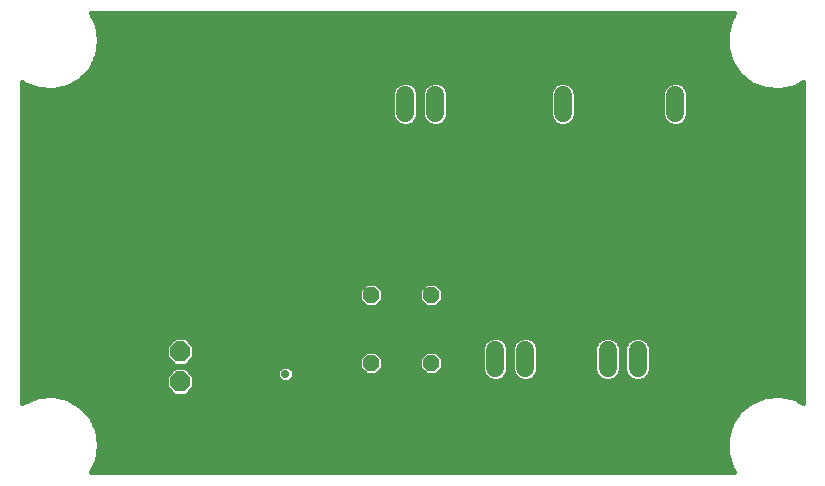
<source format=gbl>
G75*
G70*
%OFA0B0*%
%FSLAX24Y24*%
%IPPOS*%
%LPD*%
%AMOC8*
5,1,8,0,0,1.08239X$1,22.5*
%
%ADD10OC8,0.0520*%
%ADD11OC8,0.0660*%
%ADD12C,0.0600*%
%ADD13C,0.0594*%
%ADD14C,0.0160*%
%ADD15OC8,0.0278*%
D10*
X012450Y004450D03*
X014450Y004450D03*
X014450Y006700D03*
X012450Y006700D03*
D11*
X006075Y004825D03*
X005325Y004325D03*
X006075Y003825D03*
D12*
X016575Y004275D02*
X016575Y004875D01*
X017575Y004875D02*
X017575Y004275D01*
X018575Y004275D02*
X018575Y004875D01*
X020325Y004875D02*
X020325Y004275D01*
X021325Y004275D02*
X021325Y004875D01*
X022325Y004875D02*
X022325Y004275D01*
X014575Y012775D02*
X014575Y013375D01*
X013575Y013375D02*
X013575Y012775D01*
X012575Y012775D02*
X012575Y013375D01*
D13*
X017825Y013372D02*
X017825Y012778D01*
X018825Y012778D02*
X018825Y013372D01*
X021575Y013372D02*
X021575Y012778D01*
X022575Y012778D02*
X022575Y013372D01*
D14*
X003305Y001205D02*
X003113Y000805D01*
X024550Y000805D01*
X024436Y000971D01*
X024436Y000971D01*
X024289Y001450D01*
X024289Y001950D01*
X024436Y002429D01*
X024436Y002429D01*
X024718Y002843D01*
X024718Y002843D01*
X024718Y002843D01*
X025110Y003155D01*
X025110Y003155D01*
X025576Y003338D01*
X025576Y003338D01*
X026076Y003375D01*
X026076Y003375D01*
X026564Y003264D01*
X026564Y003264D01*
X026837Y003106D01*
X026837Y013794D01*
X026564Y013636D01*
X026564Y013636D01*
X026076Y013525D01*
X025576Y013562D01*
X025110Y013745D01*
X025110Y013745D01*
X024718Y014057D01*
X024718Y014057D01*
X024718Y014057D01*
X024436Y014471D01*
X024436Y014471D01*
X024289Y014950D01*
X024289Y015450D01*
X024436Y015929D01*
X024436Y015929D01*
X024546Y016090D01*
X003115Y016090D01*
X003305Y015695D01*
X003305Y015695D01*
X003380Y015200D01*
X003305Y014705D01*
X003088Y014254D01*
X003088Y014254D01*
X002747Y013887D01*
X002747Y013887D01*
X002314Y013636D01*
X002314Y013636D01*
X001826Y013525D01*
X001826Y013525D01*
X001326Y013562D01*
X001326Y013562D01*
X000860Y013745D01*
X000860Y013745D01*
X000805Y013789D01*
X000805Y003111D01*
X000860Y003155D01*
X000860Y003155D01*
X001326Y003338D01*
X001326Y003338D01*
X001826Y003375D01*
X001826Y003375D01*
X002314Y003264D01*
X002314Y003264D01*
X002747Y003013D01*
X002747Y003013D01*
X003088Y002646D01*
X003088Y002646D01*
X003305Y002195D01*
X003305Y002195D01*
X003380Y001700D01*
X003305Y001205D01*
X003305Y001205D01*
X003316Y001276D02*
X024342Y001276D01*
X024293Y001435D02*
X003340Y001435D01*
X003364Y001593D02*
X024289Y001593D01*
X024289Y001752D02*
X003372Y001752D01*
X003348Y001910D02*
X024289Y001910D01*
X024325Y002069D02*
X003324Y002069D01*
X003290Y002227D02*
X024374Y002227D01*
X024423Y002386D02*
X003214Y002386D01*
X003137Y002544D02*
X024515Y002544D01*
X024623Y002703D02*
X003036Y002703D01*
X002889Y002861D02*
X024741Y002861D01*
X024940Y003020D02*
X002737Y003020D01*
X002462Y003178D02*
X025169Y003178D01*
X025573Y003337D02*
X001996Y003337D01*
X001323Y003337D02*
X000805Y003337D01*
X000805Y003495D02*
X005740Y003495D01*
X005605Y003630D02*
X005880Y003355D01*
X006270Y003355D01*
X006545Y003630D01*
X006545Y004020D01*
X006270Y004295D01*
X005880Y004295D01*
X005605Y004020D01*
X005605Y003630D01*
X005605Y003654D02*
X000805Y003654D01*
X000805Y003812D02*
X005605Y003812D01*
X005605Y003971D02*
X000805Y003971D01*
X000805Y004129D02*
X005714Y004129D01*
X005873Y004288D02*
X000805Y004288D01*
X000805Y004446D02*
X005789Y004446D01*
X005880Y004355D02*
X005605Y004630D01*
X005605Y005020D01*
X005880Y005295D01*
X006270Y005295D01*
X006545Y005020D01*
X006545Y004630D01*
X006270Y004355D01*
X005880Y004355D01*
X006277Y004288D02*
X009393Y004288D01*
X009459Y004354D02*
X009296Y004191D01*
X009296Y003959D01*
X009459Y003796D01*
X009691Y003796D01*
X009854Y003959D01*
X009854Y004191D01*
X009691Y004354D01*
X009459Y004354D01*
X009296Y004129D02*
X006436Y004129D01*
X006545Y003971D02*
X009296Y003971D01*
X009443Y003812D02*
X006545Y003812D01*
X006545Y003654D02*
X026837Y003654D01*
X026837Y003812D02*
X009707Y003812D01*
X009854Y003971D02*
X016257Y003971D01*
X016202Y004026D02*
X016326Y003902D01*
X016487Y003835D01*
X016663Y003835D01*
X016824Y003902D01*
X016948Y004026D01*
X017015Y004187D01*
X017015Y004963D01*
X016948Y005124D01*
X016824Y005248D01*
X016663Y005315D01*
X016487Y005315D01*
X016326Y005248D01*
X016202Y005124D01*
X016135Y004963D01*
X016135Y004187D01*
X016202Y004026D01*
X016159Y004129D02*
X014695Y004129D01*
X014616Y004050D02*
X014850Y004284D01*
X014850Y004616D01*
X014616Y004850D01*
X014284Y004850D01*
X014050Y004616D01*
X014050Y004284D01*
X014284Y004050D01*
X014616Y004050D01*
X014205Y004129D02*
X012695Y004129D01*
X012616Y004050D02*
X012284Y004050D01*
X012050Y004284D01*
X012050Y004616D01*
X012284Y004850D01*
X012616Y004850D01*
X012850Y004616D01*
X012850Y004284D01*
X012616Y004050D01*
X012205Y004129D02*
X009854Y004129D01*
X009757Y004288D02*
X012050Y004288D01*
X012050Y004446D02*
X006361Y004446D01*
X006519Y004605D02*
X012050Y004605D01*
X012197Y004763D02*
X006545Y004763D01*
X006545Y004922D02*
X016135Y004922D01*
X016135Y004763D02*
X014703Y004763D01*
X014850Y004605D02*
X016135Y004605D01*
X016135Y004446D02*
X014850Y004446D01*
X014850Y004288D02*
X016135Y004288D01*
X016893Y003971D02*
X017257Y003971D01*
X017202Y004026D02*
X017326Y003902D01*
X017487Y003835D01*
X017663Y003835D01*
X017824Y003902D01*
X017948Y004026D01*
X018015Y004187D01*
X018015Y004963D01*
X017948Y005124D01*
X017824Y005248D01*
X017663Y005315D01*
X017487Y005315D01*
X017326Y005248D01*
X017202Y005124D01*
X017135Y004963D01*
X017135Y004187D01*
X017202Y004026D01*
X017159Y004129D02*
X016991Y004129D01*
X017015Y004288D02*
X017135Y004288D01*
X017135Y004446D02*
X017015Y004446D01*
X017015Y004605D02*
X017135Y004605D01*
X017135Y004763D02*
X017015Y004763D01*
X017015Y004922D02*
X017135Y004922D01*
X017184Y005080D02*
X016966Y005080D01*
X016834Y005239D02*
X017316Y005239D01*
X017834Y005239D02*
X020066Y005239D01*
X020076Y005248D02*
X019952Y005124D01*
X019885Y004963D01*
X019885Y004187D01*
X019952Y004026D01*
X020076Y003902D01*
X020237Y003835D01*
X020413Y003835D01*
X020574Y003902D01*
X020698Y004026D01*
X020765Y004187D01*
X020765Y004963D01*
X020698Y005124D01*
X020574Y005248D01*
X020413Y005315D01*
X020237Y005315D01*
X020076Y005248D01*
X019934Y005080D02*
X017966Y005080D01*
X018015Y004922D02*
X019885Y004922D01*
X019885Y004763D02*
X018015Y004763D01*
X018015Y004605D02*
X019885Y004605D01*
X019885Y004446D02*
X018015Y004446D01*
X018015Y004288D02*
X019885Y004288D01*
X019909Y004129D02*
X017991Y004129D01*
X017893Y003971D02*
X020007Y003971D01*
X020643Y003971D02*
X021007Y003971D01*
X020952Y004026D02*
X021076Y003902D01*
X021237Y003835D01*
X021413Y003835D01*
X021574Y003902D01*
X021698Y004026D01*
X021765Y004187D01*
X021765Y004963D01*
X021698Y005124D01*
X021574Y005248D01*
X021413Y005315D01*
X021237Y005315D01*
X021076Y005248D01*
X020952Y005124D01*
X020885Y004963D01*
X020885Y004187D01*
X020952Y004026D01*
X020909Y004129D02*
X020741Y004129D01*
X020765Y004288D02*
X020885Y004288D01*
X020885Y004446D02*
X020765Y004446D01*
X020765Y004605D02*
X020885Y004605D01*
X020885Y004763D02*
X020765Y004763D01*
X020765Y004922D02*
X020885Y004922D01*
X020934Y005080D02*
X020716Y005080D01*
X020584Y005239D02*
X021066Y005239D01*
X021584Y005239D02*
X026837Y005239D01*
X026837Y005397D02*
X000805Y005397D01*
X000805Y005239D02*
X005824Y005239D01*
X005665Y005080D02*
X000805Y005080D01*
X000805Y004922D02*
X005605Y004922D01*
X005605Y004763D02*
X000805Y004763D01*
X000805Y004605D02*
X005631Y004605D01*
X006326Y005239D02*
X016316Y005239D01*
X016184Y005080D02*
X006485Y005080D01*
X006410Y003495D02*
X026837Y003495D01*
X026837Y003337D02*
X026246Y003337D01*
X026712Y003178D02*
X026837Y003178D01*
X026837Y003971D02*
X021643Y003971D01*
X021741Y004129D02*
X026837Y004129D01*
X026837Y004288D02*
X021765Y004288D01*
X021765Y004446D02*
X026837Y004446D01*
X026837Y004605D02*
X021765Y004605D01*
X021765Y004763D02*
X026837Y004763D01*
X026837Y004922D02*
X021765Y004922D01*
X021716Y005080D02*
X026837Y005080D01*
X026837Y005556D02*
X000805Y005556D01*
X000805Y005714D02*
X026837Y005714D01*
X026837Y005873D02*
X000805Y005873D01*
X000805Y006031D02*
X026837Y006031D01*
X026837Y006190D02*
X000805Y006190D01*
X000805Y006348D02*
X012236Y006348D01*
X012284Y006300D02*
X012616Y006300D01*
X012850Y006534D01*
X012850Y006866D01*
X012616Y007100D01*
X012284Y007100D01*
X012050Y006866D01*
X012050Y006534D01*
X012284Y006300D01*
X012078Y006507D02*
X000805Y006507D01*
X000805Y006665D02*
X012050Y006665D01*
X012050Y006824D02*
X000805Y006824D01*
X000805Y006982D02*
X012166Y006982D01*
X012734Y006982D02*
X014166Y006982D01*
X014050Y006866D02*
X014050Y006534D01*
X014284Y006300D01*
X014616Y006300D01*
X014850Y006534D01*
X014850Y006866D01*
X014616Y007100D01*
X014284Y007100D01*
X014050Y006866D01*
X014050Y006824D02*
X012850Y006824D01*
X012850Y006665D02*
X014050Y006665D01*
X014078Y006507D02*
X012822Y006507D01*
X012664Y006348D02*
X014236Y006348D01*
X014664Y006348D02*
X026837Y006348D01*
X026837Y006507D02*
X014822Y006507D01*
X014850Y006665D02*
X026837Y006665D01*
X026837Y006824D02*
X014850Y006824D01*
X014734Y006982D02*
X026837Y006982D01*
X026837Y007141D02*
X000805Y007141D01*
X000805Y007299D02*
X026837Y007299D01*
X026837Y007458D02*
X000805Y007458D01*
X000805Y007616D02*
X026837Y007616D01*
X026837Y007775D02*
X000805Y007775D01*
X000805Y007933D02*
X026837Y007933D01*
X026837Y008092D02*
X000805Y008092D01*
X000805Y008250D02*
X026837Y008250D01*
X026837Y008409D02*
X000805Y008409D01*
X000805Y008567D02*
X026837Y008567D01*
X026837Y008726D02*
X000805Y008726D01*
X000805Y008884D02*
X026837Y008884D01*
X026837Y009043D02*
X000805Y009043D01*
X000805Y009201D02*
X026837Y009201D01*
X026837Y009360D02*
X000805Y009360D01*
X000805Y009518D02*
X026837Y009518D01*
X026837Y009677D02*
X000805Y009677D01*
X000805Y009835D02*
X026837Y009835D01*
X026837Y009994D02*
X000805Y009994D01*
X000805Y010152D02*
X026837Y010152D01*
X026837Y010311D02*
X000805Y010311D01*
X000805Y010469D02*
X026837Y010469D01*
X026837Y010628D02*
X000805Y010628D01*
X000805Y010786D02*
X026837Y010786D01*
X026837Y010945D02*
X000805Y010945D01*
X000805Y011103D02*
X026837Y011103D01*
X026837Y011262D02*
X000805Y011262D01*
X000805Y011420D02*
X026837Y011420D01*
X026837Y011579D02*
X000805Y011579D01*
X000805Y011737D02*
X026837Y011737D01*
X026837Y011896D02*
X000805Y011896D01*
X000805Y012054D02*
X026837Y012054D01*
X026837Y012213D02*
X000805Y012213D01*
X000805Y012371D02*
X013401Y012371D01*
X013326Y012402D02*
X013487Y012335D01*
X013663Y012335D01*
X013824Y012402D01*
X013948Y012526D01*
X014015Y012687D01*
X014015Y013463D01*
X013948Y013624D01*
X013824Y013748D01*
X013663Y013815D01*
X013487Y013815D01*
X013326Y013748D01*
X013202Y013624D01*
X013135Y013463D01*
X013135Y012687D01*
X013202Y012526D01*
X013326Y012402D01*
X013200Y012530D02*
X000805Y012530D01*
X000805Y012688D02*
X013135Y012688D01*
X013135Y012847D02*
X000805Y012847D01*
X000805Y013005D02*
X013135Y013005D01*
X013135Y013164D02*
X000805Y013164D01*
X000805Y013322D02*
X013135Y013322D01*
X013142Y013481D02*
X000805Y013481D01*
X000805Y013639D02*
X001130Y013639D01*
X002319Y013639D02*
X013217Y013639D01*
X013445Y013798D02*
X002593Y013798D01*
X002812Y013956D02*
X024845Y013956D01*
X024679Y014115D02*
X002959Y014115D01*
X003097Y014273D02*
X024571Y014273D01*
X024463Y014432D02*
X003174Y014432D01*
X003250Y014590D02*
X024400Y014590D01*
X024351Y014749D02*
X003312Y014749D01*
X003305Y014705D02*
X003305Y014705D01*
X003336Y014907D02*
X024302Y014907D01*
X024289Y015066D02*
X003360Y015066D01*
X003376Y015224D02*
X024289Y015224D01*
X024289Y015383D02*
X003352Y015383D01*
X003329Y015541D02*
X024317Y015541D01*
X024366Y015700D02*
X003303Y015700D01*
X003227Y015858D02*
X024415Y015858D01*
X024496Y016017D02*
X003151Y016017D01*
X013705Y013798D02*
X014445Y013798D01*
X014487Y013815D02*
X014326Y013748D01*
X014202Y013624D01*
X014135Y013463D01*
X014135Y012687D01*
X014202Y012526D01*
X014326Y012402D01*
X014487Y012335D01*
X014663Y012335D01*
X014824Y012402D01*
X014948Y012526D01*
X015015Y012687D01*
X015015Y013463D01*
X014948Y013624D01*
X014824Y013748D01*
X014663Y013815D01*
X014487Y013815D01*
X014705Y013798D02*
X018711Y013798D01*
X018738Y013809D02*
X018578Y013742D01*
X018455Y013619D01*
X018388Y013459D01*
X018388Y012691D01*
X018455Y012531D01*
X018578Y012408D01*
X018738Y012341D01*
X018912Y012341D01*
X019072Y012408D01*
X019195Y012531D01*
X019262Y012691D01*
X019262Y013459D01*
X019195Y013619D01*
X019072Y013742D01*
X018912Y013809D01*
X018738Y013809D01*
X018939Y013798D02*
X022461Y013798D01*
X022488Y013809D02*
X022328Y013742D01*
X022205Y013619D01*
X022138Y013459D01*
X022138Y012691D01*
X022205Y012531D01*
X022328Y012408D01*
X022488Y012341D01*
X022662Y012341D01*
X022822Y012408D01*
X022945Y012531D01*
X023012Y012691D01*
X023012Y013459D01*
X022945Y013619D01*
X022822Y013742D01*
X022662Y013809D01*
X022488Y013809D01*
X022689Y013798D02*
X025044Y013798D01*
X025380Y013639D02*
X022926Y013639D01*
X023003Y013481D02*
X026837Y013481D01*
X026837Y013639D02*
X026569Y013639D01*
X026837Y013322D02*
X023012Y013322D01*
X023012Y013164D02*
X026837Y013164D01*
X026837Y013005D02*
X023012Y013005D01*
X023012Y012847D02*
X026837Y012847D01*
X026837Y012688D02*
X023011Y012688D01*
X022944Y012530D02*
X026837Y012530D01*
X026837Y012371D02*
X022734Y012371D01*
X022416Y012371D02*
X018984Y012371D01*
X019194Y012530D02*
X022206Y012530D01*
X022139Y012688D02*
X019261Y012688D01*
X019262Y012847D02*
X022138Y012847D01*
X022138Y013005D02*
X019262Y013005D01*
X019262Y013164D02*
X022138Y013164D01*
X022138Y013322D02*
X019262Y013322D01*
X019253Y013481D02*
X022147Y013481D01*
X022224Y013639D02*
X019176Y013639D01*
X018474Y013639D02*
X014933Y013639D01*
X015008Y013481D02*
X018397Y013481D01*
X018388Y013322D02*
X015015Y013322D01*
X015015Y013164D02*
X018388Y013164D01*
X018388Y013005D02*
X015015Y013005D01*
X015015Y012847D02*
X018388Y012847D01*
X018389Y012688D02*
X015015Y012688D01*
X014950Y012530D02*
X018456Y012530D01*
X018666Y012371D02*
X014749Y012371D01*
X014401Y012371D02*
X013749Y012371D01*
X013950Y012530D02*
X014200Y012530D01*
X014135Y012688D02*
X014015Y012688D01*
X014015Y012847D02*
X014135Y012847D01*
X014135Y013005D02*
X014015Y013005D01*
X014015Y013164D02*
X014135Y013164D01*
X014135Y013322D02*
X014015Y013322D01*
X014008Y013481D02*
X014142Y013481D01*
X014217Y013639D02*
X013933Y013639D01*
X014197Y004763D02*
X012703Y004763D01*
X012850Y004605D02*
X014050Y004605D01*
X014050Y004446D02*
X012850Y004446D01*
X012850Y004288D02*
X014050Y004288D01*
X024391Y001118D02*
X003263Y001118D01*
X003187Y000959D02*
X024445Y000959D01*
X000919Y003178D02*
X000805Y003178D01*
D15*
X007575Y003825D03*
X008075Y003825D03*
X009575Y004075D03*
X010075Y004450D03*
X010450Y004450D03*
X010700Y005575D03*
X011075Y005575D03*
X008825Y005825D03*
X008450Y005825D03*
M02*

</source>
